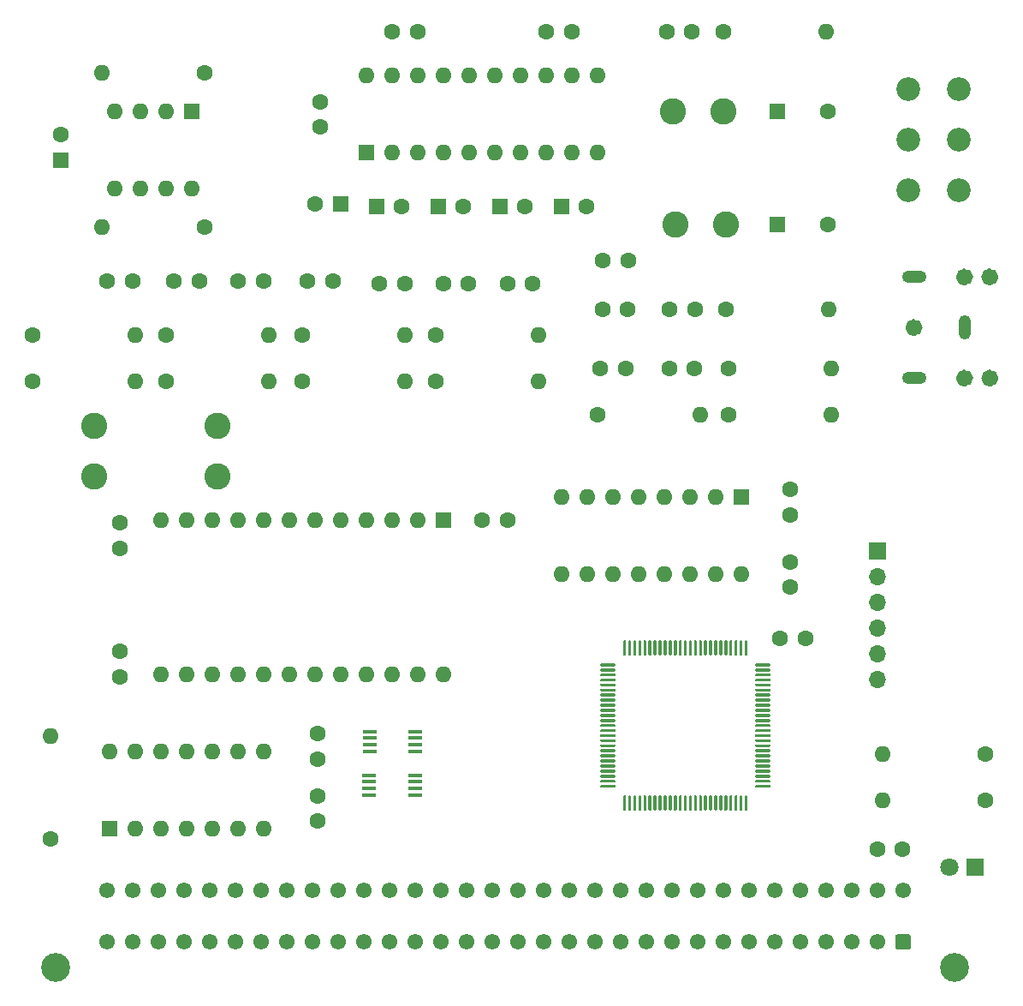
<source format=gts>
G04 #@! TF.GenerationSoftware,KiCad,Pcbnew,(5.1.10)-1*
G04 #@! TF.CreationDate,2021-07-30T10:24:52+01:00*
G04 #@! TF.ProjectId,AudioYM2612,41756469-6f59-44d3-9236-31322e6b6963,rev?*
G04 #@! TF.SameCoordinates,Original*
G04 #@! TF.FileFunction,Soldermask,Top*
G04 #@! TF.FilePolarity,Negative*
%FSLAX46Y46*%
G04 Gerber Fmt 4.6, Leading zero omitted, Abs format (unit mm)*
G04 Created by KiCad (PCBNEW (5.1.10)-1) date 2021-07-30 10:24:52*
%MOMM*%
%LPD*%
G01*
G04 APERTURE LIST*
%ADD10C,0.854000*%
%ADD11O,1.700000X1.700000*%
%ADD12R,1.700000X1.700000*%
%ADD13C,1.200000*%
%ADD14O,2.416000X1.208000*%
%ADD15O,1.208000X2.416000*%
%ADD16R,1.397000X0.431800*%
%ADD17O,1.600000X1.600000*%
%ADD18R,1.600000X1.600000*%
%ADD19C,2.340000*%
%ADD20C,1.600000*%
%ADD21C,2.600000*%
%ADD22C,1.550000*%
%ADD23C,2.850000*%
%ADD24C,1.800000*%
%ADD25R,1.800000X1.800000*%
G04 APERTURE END LIST*
D10*
X190991000Y-83566000D02*
G75*
G03*
X190991000Y-83566000I-427000J0D01*
G01*
X195991000Y-88566000D02*
G75*
G03*
X195991000Y-88566000I-427000J0D01*
G01*
X198491000Y-88566000D02*
G75*
G03*
X198491000Y-88566000I-427000J0D01*
G01*
X195991000Y-78566000D02*
G75*
G03*
X195991000Y-78566000I-427000J0D01*
G01*
X198491000Y-78566000D02*
G75*
G03*
X198491000Y-78566000I-427000J0D01*
G01*
D11*
X186944000Y-118364000D03*
X186944000Y-115824000D03*
X186944000Y-113284000D03*
X186944000Y-110744000D03*
X186944000Y-108204000D03*
D12*
X186944000Y-105664000D03*
D13*
X198064000Y-88566000D03*
X198064000Y-78566000D03*
X195564000Y-78566000D03*
X195564000Y-88566000D03*
X190564000Y-83566000D03*
D14*
X190564000Y-88566000D03*
X190564000Y-78566000D03*
D15*
X195564000Y-83566000D03*
D16*
X136677400Y-129743200D03*
X136677400Y-129108200D03*
X136677400Y-128447800D03*
X136677400Y-127812800D03*
X141198600Y-127812800D03*
X141198600Y-128447800D03*
X141198600Y-129108200D03*
X141198600Y-129743200D03*
X136702800Y-125425200D03*
X136702800Y-124790200D03*
X136702800Y-124129800D03*
X136702800Y-123494800D03*
X141224000Y-123494800D03*
X141224000Y-124129800D03*
X141224000Y-124790200D03*
X141224000Y-125425200D03*
D17*
X136398000Y-58674000D03*
X159258000Y-66294000D03*
X138938000Y-58674000D03*
X156718000Y-66294000D03*
X141478000Y-58674000D03*
X154178000Y-66294000D03*
X144018000Y-58674000D03*
X151638000Y-66294000D03*
X146558000Y-58674000D03*
X149098000Y-66294000D03*
X149098000Y-58674000D03*
X146558000Y-66294000D03*
X151638000Y-58674000D03*
X144018000Y-66294000D03*
X154178000Y-58674000D03*
X141478000Y-66294000D03*
X156718000Y-58674000D03*
X138938000Y-66294000D03*
X159258000Y-58674000D03*
D18*
X136398000Y-66294000D03*
D17*
X119126000Y-69818000D03*
X111506000Y-62198000D03*
X116586000Y-69818000D03*
X114046000Y-62198000D03*
X114046000Y-69818000D03*
X116586000Y-62198000D03*
X111506000Y-69818000D03*
D18*
X119126000Y-62198000D03*
D17*
X173482000Y-107950000D03*
X155702000Y-100330000D03*
X170942000Y-107950000D03*
X158242000Y-100330000D03*
X168402000Y-107950000D03*
X160782000Y-100330000D03*
X165862000Y-107950000D03*
X163322000Y-100330000D03*
X163322000Y-107950000D03*
X165862000Y-100330000D03*
X160782000Y-107950000D03*
X168402000Y-100330000D03*
X158242000Y-107950000D03*
X170942000Y-100330000D03*
X155702000Y-107950000D03*
D18*
X173482000Y-100330000D03*
D17*
X144018000Y-117856000D03*
X116078000Y-102616000D03*
X141478000Y-117856000D03*
X118618000Y-102616000D03*
X138938000Y-117856000D03*
X121158000Y-102616000D03*
X136398000Y-117856000D03*
X123698000Y-102616000D03*
X133858000Y-117856000D03*
X126238000Y-102616000D03*
X131318000Y-117856000D03*
X128778000Y-102616000D03*
X128778000Y-117856000D03*
X131318000Y-102616000D03*
X126238000Y-117856000D03*
X133858000Y-102616000D03*
X123698000Y-117856000D03*
X136398000Y-102616000D03*
X121158000Y-117856000D03*
X138938000Y-102616000D03*
X118618000Y-117856000D03*
X141478000Y-102616000D03*
X116078000Y-117856000D03*
D18*
X144018000Y-102616000D03*
G36*
G01*
X161800000Y-115893500D02*
X161800000Y-114568500D01*
G75*
G02*
X161875000Y-114493500I75000J0D01*
G01*
X162025000Y-114493500D01*
G75*
G02*
X162100000Y-114568500I0J-75000D01*
G01*
X162100000Y-115893500D01*
G75*
G02*
X162025000Y-115968500I-75000J0D01*
G01*
X161875000Y-115968500D01*
G75*
G02*
X161800000Y-115893500I0J75000D01*
G01*
G37*
G36*
G01*
X162300000Y-115893500D02*
X162300000Y-114568500D01*
G75*
G02*
X162375000Y-114493500I75000J0D01*
G01*
X162525000Y-114493500D01*
G75*
G02*
X162600000Y-114568500I0J-75000D01*
G01*
X162600000Y-115893500D01*
G75*
G02*
X162525000Y-115968500I-75000J0D01*
G01*
X162375000Y-115968500D01*
G75*
G02*
X162300000Y-115893500I0J75000D01*
G01*
G37*
G36*
G01*
X162800000Y-115893500D02*
X162800000Y-114568500D01*
G75*
G02*
X162875000Y-114493500I75000J0D01*
G01*
X163025000Y-114493500D01*
G75*
G02*
X163100000Y-114568500I0J-75000D01*
G01*
X163100000Y-115893500D01*
G75*
G02*
X163025000Y-115968500I-75000J0D01*
G01*
X162875000Y-115968500D01*
G75*
G02*
X162800000Y-115893500I0J75000D01*
G01*
G37*
G36*
G01*
X163300000Y-115893500D02*
X163300000Y-114568500D01*
G75*
G02*
X163375000Y-114493500I75000J0D01*
G01*
X163525000Y-114493500D01*
G75*
G02*
X163600000Y-114568500I0J-75000D01*
G01*
X163600000Y-115893500D01*
G75*
G02*
X163525000Y-115968500I-75000J0D01*
G01*
X163375000Y-115968500D01*
G75*
G02*
X163300000Y-115893500I0J75000D01*
G01*
G37*
G36*
G01*
X163800000Y-115893500D02*
X163800000Y-114568500D01*
G75*
G02*
X163875000Y-114493500I75000J0D01*
G01*
X164025000Y-114493500D01*
G75*
G02*
X164100000Y-114568500I0J-75000D01*
G01*
X164100000Y-115893500D01*
G75*
G02*
X164025000Y-115968500I-75000J0D01*
G01*
X163875000Y-115968500D01*
G75*
G02*
X163800000Y-115893500I0J75000D01*
G01*
G37*
G36*
G01*
X164300000Y-115893500D02*
X164300000Y-114568500D01*
G75*
G02*
X164375000Y-114493500I75000J0D01*
G01*
X164525000Y-114493500D01*
G75*
G02*
X164600000Y-114568500I0J-75000D01*
G01*
X164600000Y-115893500D01*
G75*
G02*
X164525000Y-115968500I-75000J0D01*
G01*
X164375000Y-115968500D01*
G75*
G02*
X164300000Y-115893500I0J75000D01*
G01*
G37*
G36*
G01*
X164800000Y-115893500D02*
X164800000Y-114568500D01*
G75*
G02*
X164875000Y-114493500I75000J0D01*
G01*
X165025000Y-114493500D01*
G75*
G02*
X165100000Y-114568500I0J-75000D01*
G01*
X165100000Y-115893500D01*
G75*
G02*
X165025000Y-115968500I-75000J0D01*
G01*
X164875000Y-115968500D01*
G75*
G02*
X164800000Y-115893500I0J75000D01*
G01*
G37*
G36*
G01*
X165300000Y-115893500D02*
X165300000Y-114568500D01*
G75*
G02*
X165375000Y-114493500I75000J0D01*
G01*
X165525000Y-114493500D01*
G75*
G02*
X165600000Y-114568500I0J-75000D01*
G01*
X165600000Y-115893500D01*
G75*
G02*
X165525000Y-115968500I-75000J0D01*
G01*
X165375000Y-115968500D01*
G75*
G02*
X165300000Y-115893500I0J75000D01*
G01*
G37*
G36*
G01*
X165800000Y-115893500D02*
X165800000Y-114568500D01*
G75*
G02*
X165875000Y-114493500I75000J0D01*
G01*
X166025000Y-114493500D01*
G75*
G02*
X166100000Y-114568500I0J-75000D01*
G01*
X166100000Y-115893500D01*
G75*
G02*
X166025000Y-115968500I-75000J0D01*
G01*
X165875000Y-115968500D01*
G75*
G02*
X165800000Y-115893500I0J75000D01*
G01*
G37*
G36*
G01*
X166300000Y-115893500D02*
X166300000Y-114568500D01*
G75*
G02*
X166375000Y-114493500I75000J0D01*
G01*
X166525000Y-114493500D01*
G75*
G02*
X166600000Y-114568500I0J-75000D01*
G01*
X166600000Y-115893500D01*
G75*
G02*
X166525000Y-115968500I-75000J0D01*
G01*
X166375000Y-115968500D01*
G75*
G02*
X166300000Y-115893500I0J75000D01*
G01*
G37*
G36*
G01*
X166800000Y-115893500D02*
X166800000Y-114568500D01*
G75*
G02*
X166875000Y-114493500I75000J0D01*
G01*
X167025000Y-114493500D01*
G75*
G02*
X167100000Y-114568500I0J-75000D01*
G01*
X167100000Y-115893500D01*
G75*
G02*
X167025000Y-115968500I-75000J0D01*
G01*
X166875000Y-115968500D01*
G75*
G02*
X166800000Y-115893500I0J75000D01*
G01*
G37*
G36*
G01*
X167300000Y-115893500D02*
X167300000Y-114568500D01*
G75*
G02*
X167375000Y-114493500I75000J0D01*
G01*
X167525000Y-114493500D01*
G75*
G02*
X167600000Y-114568500I0J-75000D01*
G01*
X167600000Y-115893500D01*
G75*
G02*
X167525000Y-115968500I-75000J0D01*
G01*
X167375000Y-115968500D01*
G75*
G02*
X167300000Y-115893500I0J75000D01*
G01*
G37*
G36*
G01*
X167800000Y-115893500D02*
X167800000Y-114568500D01*
G75*
G02*
X167875000Y-114493500I75000J0D01*
G01*
X168025000Y-114493500D01*
G75*
G02*
X168100000Y-114568500I0J-75000D01*
G01*
X168100000Y-115893500D01*
G75*
G02*
X168025000Y-115968500I-75000J0D01*
G01*
X167875000Y-115968500D01*
G75*
G02*
X167800000Y-115893500I0J75000D01*
G01*
G37*
G36*
G01*
X168300000Y-115893500D02*
X168300000Y-114568500D01*
G75*
G02*
X168375000Y-114493500I75000J0D01*
G01*
X168525000Y-114493500D01*
G75*
G02*
X168600000Y-114568500I0J-75000D01*
G01*
X168600000Y-115893500D01*
G75*
G02*
X168525000Y-115968500I-75000J0D01*
G01*
X168375000Y-115968500D01*
G75*
G02*
X168300000Y-115893500I0J75000D01*
G01*
G37*
G36*
G01*
X168800000Y-115893500D02*
X168800000Y-114568500D01*
G75*
G02*
X168875000Y-114493500I75000J0D01*
G01*
X169025000Y-114493500D01*
G75*
G02*
X169100000Y-114568500I0J-75000D01*
G01*
X169100000Y-115893500D01*
G75*
G02*
X169025000Y-115968500I-75000J0D01*
G01*
X168875000Y-115968500D01*
G75*
G02*
X168800000Y-115893500I0J75000D01*
G01*
G37*
G36*
G01*
X169300000Y-115893500D02*
X169300000Y-114568500D01*
G75*
G02*
X169375000Y-114493500I75000J0D01*
G01*
X169525000Y-114493500D01*
G75*
G02*
X169600000Y-114568500I0J-75000D01*
G01*
X169600000Y-115893500D01*
G75*
G02*
X169525000Y-115968500I-75000J0D01*
G01*
X169375000Y-115968500D01*
G75*
G02*
X169300000Y-115893500I0J75000D01*
G01*
G37*
G36*
G01*
X169800000Y-115893500D02*
X169800000Y-114568500D01*
G75*
G02*
X169875000Y-114493500I75000J0D01*
G01*
X170025000Y-114493500D01*
G75*
G02*
X170100000Y-114568500I0J-75000D01*
G01*
X170100000Y-115893500D01*
G75*
G02*
X170025000Y-115968500I-75000J0D01*
G01*
X169875000Y-115968500D01*
G75*
G02*
X169800000Y-115893500I0J75000D01*
G01*
G37*
G36*
G01*
X170300000Y-115893500D02*
X170300000Y-114568500D01*
G75*
G02*
X170375000Y-114493500I75000J0D01*
G01*
X170525000Y-114493500D01*
G75*
G02*
X170600000Y-114568500I0J-75000D01*
G01*
X170600000Y-115893500D01*
G75*
G02*
X170525000Y-115968500I-75000J0D01*
G01*
X170375000Y-115968500D01*
G75*
G02*
X170300000Y-115893500I0J75000D01*
G01*
G37*
G36*
G01*
X170800000Y-115893500D02*
X170800000Y-114568500D01*
G75*
G02*
X170875000Y-114493500I75000J0D01*
G01*
X171025000Y-114493500D01*
G75*
G02*
X171100000Y-114568500I0J-75000D01*
G01*
X171100000Y-115893500D01*
G75*
G02*
X171025000Y-115968500I-75000J0D01*
G01*
X170875000Y-115968500D01*
G75*
G02*
X170800000Y-115893500I0J75000D01*
G01*
G37*
G36*
G01*
X171300000Y-115893500D02*
X171300000Y-114568500D01*
G75*
G02*
X171375000Y-114493500I75000J0D01*
G01*
X171525000Y-114493500D01*
G75*
G02*
X171600000Y-114568500I0J-75000D01*
G01*
X171600000Y-115893500D01*
G75*
G02*
X171525000Y-115968500I-75000J0D01*
G01*
X171375000Y-115968500D01*
G75*
G02*
X171300000Y-115893500I0J75000D01*
G01*
G37*
G36*
G01*
X171800000Y-115893500D02*
X171800000Y-114568500D01*
G75*
G02*
X171875000Y-114493500I75000J0D01*
G01*
X172025000Y-114493500D01*
G75*
G02*
X172100000Y-114568500I0J-75000D01*
G01*
X172100000Y-115893500D01*
G75*
G02*
X172025000Y-115968500I-75000J0D01*
G01*
X171875000Y-115968500D01*
G75*
G02*
X171800000Y-115893500I0J75000D01*
G01*
G37*
G36*
G01*
X172300000Y-115893500D02*
X172300000Y-114568500D01*
G75*
G02*
X172375000Y-114493500I75000J0D01*
G01*
X172525000Y-114493500D01*
G75*
G02*
X172600000Y-114568500I0J-75000D01*
G01*
X172600000Y-115893500D01*
G75*
G02*
X172525000Y-115968500I-75000J0D01*
G01*
X172375000Y-115968500D01*
G75*
G02*
X172300000Y-115893500I0J75000D01*
G01*
G37*
G36*
G01*
X172800000Y-115893500D02*
X172800000Y-114568500D01*
G75*
G02*
X172875000Y-114493500I75000J0D01*
G01*
X173025000Y-114493500D01*
G75*
G02*
X173100000Y-114568500I0J-75000D01*
G01*
X173100000Y-115893500D01*
G75*
G02*
X173025000Y-115968500I-75000J0D01*
G01*
X172875000Y-115968500D01*
G75*
G02*
X172800000Y-115893500I0J75000D01*
G01*
G37*
G36*
G01*
X173300000Y-115893500D02*
X173300000Y-114568500D01*
G75*
G02*
X173375000Y-114493500I75000J0D01*
G01*
X173525000Y-114493500D01*
G75*
G02*
X173600000Y-114568500I0J-75000D01*
G01*
X173600000Y-115893500D01*
G75*
G02*
X173525000Y-115968500I-75000J0D01*
G01*
X173375000Y-115968500D01*
G75*
G02*
X173300000Y-115893500I0J75000D01*
G01*
G37*
G36*
G01*
X173800000Y-115893500D02*
X173800000Y-114568500D01*
G75*
G02*
X173875000Y-114493500I75000J0D01*
G01*
X174025000Y-114493500D01*
G75*
G02*
X174100000Y-114568500I0J-75000D01*
G01*
X174100000Y-115893500D01*
G75*
G02*
X174025000Y-115968500I-75000J0D01*
G01*
X173875000Y-115968500D01*
G75*
G02*
X173800000Y-115893500I0J75000D01*
G01*
G37*
G36*
G01*
X174875000Y-116968500D02*
X174875000Y-116818500D01*
G75*
G02*
X174950000Y-116743500I75000J0D01*
G01*
X176275000Y-116743500D01*
G75*
G02*
X176350000Y-116818500I0J-75000D01*
G01*
X176350000Y-116968500D01*
G75*
G02*
X176275000Y-117043500I-75000J0D01*
G01*
X174950000Y-117043500D01*
G75*
G02*
X174875000Y-116968500I0J75000D01*
G01*
G37*
G36*
G01*
X174875000Y-117468500D02*
X174875000Y-117318500D01*
G75*
G02*
X174950000Y-117243500I75000J0D01*
G01*
X176275000Y-117243500D01*
G75*
G02*
X176350000Y-117318500I0J-75000D01*
G01*
X176350000Y-117468500D01*
G75*
G02*
X176275000Y-117543500I-75000J0D01*
G01*
X174950000Y-117543500D01*
G75*
G02*
X174875000Y-117468500I0J75000D01*
G01*
G37*
G36*
G01*
X174875000Y-117968500D02*
X174875000Y-117818500D01*
G75*
G02*
X174950000Y-117743500I75000J0D01*
G01*
X176275000Y-117743500D01*
G75*
G02*
X176350000Y-117818500I0J-75000D01*
G01*
X176350000Y-117968500D01*
G75*
G02*
X176275000Y-118043500I-75000J0D01*
G01*
X174950000Y-118043500D01*
G75*
G02*
X174875000Y-117968500I0J75000D01*
G01*
G37*
G36*
G01*
X174875000Y-118468500D02*
X174875000Y-118318500D01*
G75*
G02*
X174950000Y-118243500I75000J0D01*
G01*
X176275000Y-118243500D01*
G75*
G02*
X176350000Y-118318500I0J-75000D01*
G01*
X176350000Y-118468500D01*
G75*
G02*
X176275000Y-118543500I-75000J0D01*
G01*
X174950000Y-118543500D01*
G75*
G02*
X174875000Y-118468500I0J75000D01*
G01*
G37*
G36*
G01*
X174875000Y-118968500D02*
X174875000Y-118818500D01*
G75*
G02*
X174950000Y-118743500I75000J0D01*
G01*
X176275000Y-118743500D01*
G75*
G02*
X176350000Y-118818500I0J-75000D01*
G01*
X176350000Y-118968500D01*
G75*
G02*
X176275000Y-119043500I-75000J0D01*
G01*
X174950000Y-119043500D01*
G75*
G02*
X174875000Y-118968500I0J75000D01*
G01*
G37*
G36*
G01*
X174875000Y-119468500D02*
X174875000Y-119318500D01*
G75*
G02*
X174950000Y-119243500I75000J0D01*
G01*
X176275000Y-119243500D01*
G75*
G02*
X176350000Y-119318500I0J-75000D01*
G01*
X176350000Y-119468500D01*
G75*
G02*
X176275000Y-119543500I-75000J0D01*
G01*
X174950000Y-119543500D01*
G75*
G02*
X174875000Y-119468500I0J75000D01*
G01*
G37*
G36*
G01*
X174875000Y-119968500D02*
X174875000Y-119818500D01*
G75*
G02*
X174950000Y-119743500I75000J0D01*
G01*
X176275000Y-119743500D01*
G75*
G02*
X176350000Y-119818500I0J-75000D01*
G01*
X176350000Y-119968500D01*
G75*
G02*
X176275000Y-120043500I-75000J0D01*
G01*
X174950000Y-120043500D01*
G75*
G02*
X174875000Y-119968500I0J75000D01*
G01*
G37*
G36*
G01*
X174875000Y-120468500D02*
X174875000Y-120318500D01*
G75*
G02*
X174950000Y-120243500I75000J0D01*
G01*
X176275000Y-120243500D01*
G75*
G02*
X176350000Y-120318500I0J-75000D01*
G01*
X176350000Y-120468500D01*
G75*
G02*
X176275000Y-120543500I-75000J0D01*
G01*
X174950000Y-120543500D01*
G75*
G02*
X174875000Y-120468500I0J75000D01*
G01*
G37*
G36*
G01*
X174875000Y-120968500D02*
X174875000Y-120818500D01*
G75*
G02*
X174950000Y-120743500I75000J0D01*
G01*
X176275000Y-120743500D01*
G75*
G02*
X176350000Y-120818500I0J-75000D01*
G01*
X176350000Y-120968500D01*
G75*
G02*
X176275000Y-121043500I-75000J0D01*
G01*
X174950000Y-121043500D01*
G75*
G02*
X174875000Y-120968500I0J75000D01*
G01*
G37*
G36*
G01*
X174875000Y-121468500D02*
X174875000Y-121318500D01*
G75*
G02*
X174950000Y-121243500I75000J0D01*
G01*
X176275000Y-121243500D01*
G75*
G02*
X176350000Y-121318500I0J-75000D01*
G01*
X176350000Y-121468500D01*
G75*
G02*
X176275000Y-121543500I-75000J0D01*
G01*
X174950000Y-121543500D01*
G75*
G02*
X174875000Y-121468500I0J75000D01*
G01*
G37*
G36*
G01*
X174875000Y-121968500D02*
X174875000Y-121818500D01*
G75*
G02*
X174950000Y-121743500I75000J0D01*
G01*
X176275000Y-121743500D01*
G75*
G02*
X176350000Y-121818500I0J-75000D01*
G01*
X176350000Y-121968500D01*
G75*
G02*
X176275000Y-122043500I-75000J0D01*
G01*
X174950000Y-122043500D01*
G75*
G02*
X174875000Y-121968500I0J75000D01*
G01*
G37*
G36*
G01*
X174875000Y-122468500D02*
X174875000Y-122318500D01*
G75*
G02*
X174950000Y-122243500I75000J0D01*
G01*
X176275000Y-122243500D01*
G75*
G02*
X176350000Y-122318500I0J-75000D01*
G01*
X176350000Y-122468500D01*
G75*
G02*
X176275000Y-122543500I-75000J0D01*
G01*
X174950000Y-122543500D01*
G75*
G02*
X174875000Y-122468500I0J75000D01*
G01*
G37*
G36*
G01*
X174875000Y-122968500D02*
X174875000Y-122818500D01*
G75*
G02*
X174950000Y-122743500I75000J0D01*
G01*
X176275000Y-122743500D01*
G75*
G02*
X176350000Y-122818500I0J-75000D01*
G01*
X176350000Y-122968500D01*
G75*
G02*
X176275000Y-123043500I-75000J0D01*
G01*
X174950000Y-123043500D01*
G75*
G02*
X174875000Y-122968500I0J75000D01*
G01*
G37*
G36*
G01*
X174875000Y-123468500D02*
X174875000Y-123318500D01*
G75*
G02*
X174950000Y-123243500I75000J0D01*
G01*
X176275000Y-123243500D01*
G75*
G02*
X176350000Y-123318500I0J-75000D01*
G01*
X176350000Y-123468500D01*
G75*
G02*
X176275000Y-123543500I-75000J0D01*
G01*
X174950000Y-123543500D01*
G75*
G02*
X174875000Y-123468500I0J75000D01*
G01*
G37*
G36*
G01*
X174875000Y-123968500D02*
X174875000Y-123818500D01*
G75*
G02*
X174950000Y-123743500I75000J0D01*
G01*
X176275000Y-123743500D01*
G75*
G02*
X176350000Y-123818500I0J-75000D01*
G01*
X176350000Y-123968500D01*
G75*
G02*
X176275000Y-124043500I-75000J0D01*
G01*
X174950000Y-124043500D01*
G75*
G02*
X174875000Y-123968500I0J75000D01*
G01*
G37*
G36*
G01*
X174875000Y-124468500D02*
X174875000Y-124318500D01*
G75*
G02*
X174950000Y-124243500I75000J0D01*
G01*
X176275000Y-124243500D01*
G75*
G02*
X176350000Y-124318500I0J-75000D01*
G01*
X176350000Y-124468500D01*
G75*
G02*
X176275000Y-124543500I-75000J0D01*
G01*
X174950000Y-124543500D01*
G75*
G02*
X174875000Y-124468500I0J75000D01*
G01*
G37*
G36*
G01*
X174875000Y-124968500D02*
X174875000Y-124818500D01*
G75*
G02*
X174950000Y-124743500I75000J0D01*
G01*
X176275000Y-124743500D01*
G75*
G02*
X176350000Y-124818500I0J-75000D01*
G01*
X176350000Y-124968500D01*
G75*
G02*
X176275000Y-125043500I-75000J0D01*
G01*
X174950000Y-125043500D01*
G75*
G02*
X174875000Y-124968500I0J75000D01*
G01*
G37*
G36*
G01*
X174875000Y-125468500D02*
X174875000Y-125318500D01*
G75*
G02*
X174950000Y-125243500I75000J0D01*
G01*
X176275000Y-125243500D01*
G75*
G02*
X176350000Y-125318500I0J-75000D01*
G01*
X176350000Y-125468500D01*
G75*
G02*
X176275000Y-125543500I-75000J0D01*
G01*
X174950000Y-125543500D01*
G75*
G02*
X174875000Y-125468500I0J75000D01*
G01*
G37*
G36*
G01*
X174875000Y-125968500D02*
X174875000Y-125818500D01*
G75*
G02*
X174950000Y-125743500I75000J0D01*
G01*
X176275000Y-125743500D01*
G75*
G02*
X176350000Y-125818500I0J-75000D01*
G01*
X176350000Y-125968500D01*
G75*
G02*
X176275000Y-126043500I-75000J0D01*
G01*
X174950000Y-126043500D01*
G75*
G02*
X174875000Y-125968500I0J75000D01*
G01*
G37*
G36*
G01*
X174875000Y-126468500D02*
X174875000Y-126318500D01*
G75*
G02*
X174950000Y-126243500I75000J0D01*
G01*
X176275000Y-126243500D01*
G75*
G02*
X176350000Y-126318500I0J-75000D01*
G01*
X176350000Y-126468500D01*
G75*
G02*
X176275000Y-126543500I-75000J0D01*
G01*
X174950000Y-126543500D01*
G75*
G02*
X174875000Y-126468500I0J75000D01*
G01*
G37*
G36*
G01*
X174875000Y-126968500D02*
X174875000Y-126818500D01*
G75*
G02*
X174950000Y-126743500I75000J0D01*
G01*
X176275000Y-126743500D01*
G75*
G02*
X176350000Y-126818500I0J-75000D01*
G01*
X176350000Y-126968500D01*
G75*
G02*
X176275000Y-127043500I-75000J0D01*
G01*
X174950000Y-127043500D01*
G75*
G02*
X174875000Y-126968500I0J75000D01*
G01*
G37*
G36*
G01*
X174875000Y-127468500D02*
X174875000Y-127318500D01*
G75*
G02*
X174950000Y-127243500I75000J0D01*
G01*
X176275000Y-127243500D01*
G75*
G02*
X176350000Y-127318500I0J-75000D01*
G01*
X176350000Y-127468500D01*
G75*
G02*
X176275000Y-127543500I-75000J0D01*
G01*
X174950000Y-127543500D01*
G75*
G02*
X174875000Y-127468500I0J75000D01*
G01*
G37*
G36*
G01*
X174875000Y-127968500D02*
X174875000Y-127818500D01*
G75*
G02*
X174950000Y-127743500I75000J0D01*
G01*
X176275000Y-127743500D01*
G75*
G02*
X176350000Y-127818500I0J-75000D01*
G01*
X176350000Y-127968500D01*
G75*
G02*
X176275000Y-128043500I-75000J0D01*
G01*
X174950000Y-128043500D01*
G75*
G02*
X174875000Y-127968500I0J75000D01*
G01*
G37*
G36*
G01*
X174875000Y-128468500D02*
X174875000Y-128318500D01*
G75*
G02*
X174950000Y-128243500I75000J0D01*
G01*
X176275000Y-128243500D01*
G75*
G02*
X176350000Y-128318500I0J-75000D01*
G01*
X176350000Y-128468500D01*
G75*
G02*
X176275000Y-128543500I-75000J0D01*
G01*
X174950000Y-128543500D01*
G75*
G02*
X174875000Y-128468500I0J75000D01*
G01*
G37*
G36*
G01*
X174875000Y-128968500D02*
X174875000Y-128818500D01*
G75*
G02*
X174950000Y-128743500I75000J0D01*
G01*
X176275000Y-128743500D01*
G75*
G02*
X176350000Y-128818500I0J-75000D01*
G01*
X176350000Y-128968500D01*
G75*
G02*
X176275000Y-129043500I-75000J0D01*
G01*
X174950000Y-129043500D01*
G75*
G02*
X174875000Y-128968500I0J75000D01*
G01*
G37*
G36*
G01*
X173800000Y-131218500D02*
X173800000Y-129893500D01*
G75*
G02*
X173875000Y-129818500I75000J0D01*
G01*
X174025000Y-129818500D01*
G75*
G02*
X174100000Y-129893500I0J-75000D01*
G01*
X174100000Y-131218500D01*
G75*
G02*
X174025000Y-131293500I-75000J0D01*
G01*
X173875000Y-131293500D01*
G75*
G02*
X173800000Y-131218500I0J75000D01*
G01*
G37*
G36*
G01*
X173300000Y-131218500D02*
X173300000Y-129893500D01*
G75*
G02*
X173375000Y-129818500I75000J0D01*
G01*
X173525000Y-129818500D01*
G75*
G02*
X173600000Y-129893500I0J-75000D01*
G01*
X173600000Y-131218500D01*
G75*
G02*
X173525000Y-131293500I-75000J0D01*
G01*
X173375000Y-131293500D01*
G75*
G02*
X173300000Y-131218500I0J75000D01*
G01*
G37*
G36*
G01*
X172800000Y-131218500D02*
X172800000Y-129893500D01*
G75*
G02*
X172875000Y-129818500I75000J0D01*
G01*
X173025000Y-129818500D01*
G75*
G02*
X173100000Y-129893500I0J-75000D01*
G01*
X173100000Y-131218500D01*
G75*
G02*
X173025000Y-131293500I-75000J0D01*
G01*
X172875000Y-131293500D01*
G75*
G02*
X172800000Y-131218500I0J75000D01*
G01*
G37*
G36*
G01*
X172300000Y-131218500D02*
X172300000Y-129893500D01*
G75*
G02*
X172375000Y-129818500I75000J0D01*
G01*
X172525000Y-129818500D01*
G75*
G02*
X172600000Y-129893500I0J-75000D01*
G01*
X172600000Y-131218500D01*
G75*
G02*
X172525000Y-131293500I-75000J0D01*
G01*
X172375000Y-131293500D01*
G75*
G02*
X172300000Y-131218500I0J75000D01*
G01*
G37*
G36*
G01*
X171800000Y-131218500D02*
X171800000Y-129893500D01*
G75*
G02*
X171875000Y-129818500I75000J0D01*
G01*
X172025000Y-129818500D01*
G75*
G02*
X172100000Y-129893500I0J-75000D01*
G01*
X172100000Y-131218500D01*
G75*
G02*
X172025000Y-131293500I-75000J0D01*
G01*
X171875000Y-131293500D01*
G75*
G02*
X171800000Y-131218500I0J75000D01*
G01*
G37*
G36*
G01*
X171300000Y-131218500D02*
X171300000Y-129893500D01*
G75*
G02*
X171375000Y-129818500I75000J0D01*
G01*
X171525000Y-129818500D01*
G75*
G02*
X171600000Y-129893500I0J-75000D01*
G01*
X171600000Y-131218500D01*
G75*
G02*
X171525000Y-131293500I-75000J0D01*
G01*
X171375000Y-131293500D01*
G75*
G02*
X171300000Y-131218500I0J75000D01*
G01*
G37*
G36*
G01*
X170800000Y-131218500D02*
X170800000Y-129893500D01*
G75*
G02*
X170875000Y-129818500I75000J0D01*
G01*
X171025000Y-129818500D01*
G75*
G02*
X171100000Y-129893500I0J-75000D01*
G01*
X171100000Y-131218500D01*
G75*
G02*
X171025000Y-131293500I-75000J0D01*
G01*
X170875000Y-131293500D01*
G75*
G02*
X170800000Y-131218500I0J75000D01*
G01*
G37*
G36*
G01*
X170300000Y-131218500D02*
X170300000Y-129893500D01*
G75*
G02*
X170375000Y-129818500I75000J0D01*
G01*
X170525000Y-129818500D01*
G75*
G02*
X170600000Y-129893500I0J-75000D01*
G01*
X170600000Y-131218500D01*
G75*
G02*
X170525000Y-131293500I-75000J0D01*
G01*
X170375000Y-131293500D01*
G75*
G02*
X170300000Y-131218500I0J75000D01*
G01*
G37*
G36*
G01*
X169800000Y-131218500D02*
X169800000Y-129893500D01*
G75*
G02*
X169875000Y-129818500I75000J0D01*
G01*
X170025000Y-129818500D01*
G75*
G02*
X170100000Y-129893500I0J-75000D01*
G01*
X170100000Y-131218500D01*
G75*
G02*
X170025000Y-131293500I-75000J0D01*
G01*
X169875000Y-131293500D01*
G75*
G02*
X169800000Y-131218500I0J75000D01*
G01*
G37*
G36*
G01*
X169300000Y-131218500D02*
X169300000Y-129893500D01*
G75*
G02*
X169375000Y-129818500I75000J0D01*
G01*
X169525000Y-129818500D01*
G75*
G02*
X169600000Y-129893500I0J-75000D01*
G01*
X169600000Y-131218500D01*
G75*
G02*
X169525000Y-131293500I-75000J0D01*
G01*
X169375000Y-131293500D01*
G75*
G02*
X169300000Y-131218500I0J75000D01*
G01*
G37*
G36*
G01*
X168800000Y-131218500D02*
X168800000Y-129893500D01*
G75*
G02*
X168875000Y-129818500I75000J0D01*
G01*
X169025000Y-129818500D01*
G75*
G02*
X169100000Y-129893500I0J-75000D01*
G01*
X169100000Y-131218500D01*
G75*
G02*
X169025000Y-131293500I-75000J0D01*
G01*
X168875000Y-131293500D01*
G75*
G02*
X168800000Y-131218500I0J75000D01*
G01*
G37*
G36*
G01*
X168300000Y-131218500D02*
X168300000Y-129893500D01*
G75*
G02*
X168375000Y-129818500I75000J0D01*
G01*
X168525000Y-129818500D01*
G75*
G02*
X168600000Y-129893500I0J-75000D01*
G01*
X168600000Y-131218500D01*
G75*
G02*
X168525000Y-131293500I-75000J0D01*
G01*
X168375000Y-131293500D01*
G75*
G02*
X168300000Y-131218500I0J75000D01*
G01*
G37*
G36*
G01*
X167800000Y-131218500D02*
X167800000Y-129893500D01*
G75*
G02*
X167875000Y-129818500I75000J0D01*
G01*
X168025000Y-129818500D01*
G75*
G02*
X168100000Y-129893500I0J-75000D01*
G01*
X168100000Y-131218500D01*
G75*
G02*
X168025000Y-131293500I-75000J0D01*
G01*
X167875000Y-131293500D01*
G75*
G02*
X167800000Y-131218500I0J75000D01*
G01*
G37*
G36*
G01*
X167300000Y-131218500D02*
X167300000Y-129893500D01*
G75*
G02*
X167375000Y-129818500I75000J0D01*
G01*
X167525000Y-129818500D01*
G75*
G02*
X167600000Y-129893500I0J-75000D01*
G01*
X167600000Y-131218500D01*
G75*
G02*
X167525000Y-131293500I-75000J0D01*
G01*
X167375000Y-131293500D01*
G75*
G02*
X167300000Y-131218500I0J75000D01*
G01*
G37*
G36*
G01*
X166800000Y-131218500D02*
X166800000Y-129893500D01*
G75*
G02*
X166875000Y-129818500I75000J0D01*
G01*
X167025000Y-129818500D01*
G75*
G02*
X167100000Y-129893500I0J-75000D01*
G01*
X167100000Y-131218500D01*
G75*
G02*
X167025000Y-131293500I-75000J0D01*
G01*
X166875000Y-131293500D01*
G75*
G02*
X166800000Y-131218500I0J75000D01*
G01*
G37*
G36*
G01*
X166300000Y-131218500D02*
X166300000Y-129893500D01*
G75*
G02*
X166375000Y-129818500I75000J0D01*
G01*
X166525000Y-129818500D01*
G75*
G02*
X166600000Y-129893500I0J-75000D01*
G01*
X166600000Y-131218500D01*
G75*
G02*
X166525000Y-131293500I-75000J0D01*
G01*
X166375000Y-131293500D01*
G75*
G02*
X166300000Y-131218500I0J75000D01*
G01*
G37*
G36*
G01*
X165800000Y-131218500D02*
X165800000Y-129893500D01*
G75*
G02*
X165875000Y-129818500I75000J0D01*
G01*
X166025000Y-129818500D01*
G75*
G02*
X166100000Y-129893500I0J-75000D01*
G01*
X166100000Y-131218500D01*
G75*
G02*
X166025000Y-131293500I-75000J0D01*
G01*
X165875000Y-131293500D01*
G75*
G02*
X165800000Y-131218500I0J75000D01*
G01*
G37*
G36*
G01*
X165300000Y-131218500D02*
X165300000Y-129893500D01*
G75*
G02*
X165375000Y-129818500I75000J0D01*
G01*
X165525000Y-129818500D01*
G75*
G02*
X165600000Y-129893500I0J-75000D01*
G01*
X165600000Y-131218500D01*
G75*
G02*
X165525000Y-131293500I-75000J0D01*
G01*
X165375000Y-131293500D01*
G75*
G02*
X165300000Y-131218500I0J75000D01*
G01*
G37*
G36*
G01*
X164800000Y-131218500D02*
X164800000Y-129893500D01*
G75*
G02*
X164875000Y-129818500I75000J0D01*
G01*
X165025000Y-129818500D01*
G75*
G02*
X165100000Y-129893500I0J-75000D01*
G01*
X165100000Y-131218500D01*
G75*
G02*
X165025000Y-131293500I-75000J0D01*
G01*
X164875000Y-131293500D01*
G75*
G02*
X164800000Y-131218500I0J75000D01*
G01*
G37*
G36*
G01*
X164300000Y-131218500D02*
X164300000Y-129893500D01*
G75*
G02*
X164375000Y-129818500I75000J0D01*
G01*
X164525000Y-129818500D01*
G75*
G02*
X164600000Y-129893500I0J-75000D01*
G01*
X164600000Y-131218500D01*
G75*
G02*
X164525000Y-131293500I-75000J0D01*
G01*
X164375000Y-131293500D01*
G75*
G02*
X164300000Y-131218500I0J75000D01*
G01*
G37*
G36*
G01*
X163800000Y-131218500D02*
X163800000Y-129893500D01*
G75*
G02*
X163875000Y-129818500I75000J0D01*
G01*
X164025000Y-129818500D01*
G75*
G02*
X164100000Y-129893500I0J-75000D01*
G01*
X164100000Y-131218500D01*
G75*
G02*
X164025000Y-131293500I-75000J0D01*
G01*
X163875000Y-131293500D01*
G75*
G02*
X163800000Y-131218500I0J75000D01*
G01*
G37*
G36*
G01*
X163300000Y-131218500D02*
X163300000Y-129893500D01*
G75*
G02*
X163375000Y-129818500I75000J0D01*
G01*
X163525000Y-129818500D01*
G75*
G02*
X163600000Y-129893500I0J-75000D01*
G01*
X163600000Y-131218500D01*
G75*
G02*
X163525000Y-131293500I-75000J0D01*
G01*
X163375000Y-131293500D01*
G75*
G02*
X163300000Y-131218500I0J75000D01*
G01*
G37*
G36*
G01*
X162800000Y-131218500D02*
X162800000Y-129893500D01*
G75*
G02*
X162875000Y-129818500I75000J0D01*
G01*
X163025000Y-129818500D01*
G75*
G02*
X163100000Y-129893500I0J-75000D01*
G01*
X163100000Y-131218500D01*
G75*
G02*
X163025000Y-131293500I-75000J0D01*
G01*
X162875000Y-131293500D01*
G75*
G02*
X162800000Y-131218500I0J75000D01*
G01*
G37*
G36*
G01*
X162300000Y-131218500D02*
X162300000Y-129893500D01*
G75*
G02*
X162375000Y-129818500I75000J0D01*
G01*
X162525000Y-129818500D01*
G75*
G02*
X162600000Y-129893500I0J-75000D01*
G01*
X162600000Y-131218500D01*
G75*
G02*
X162525000Y-131293500I-75000J0D01*
G01*
X162375000Y-131293500D01*
G75*
G02*
X162300000Y-131218500I0J75000D01*
G01*
G37*
G36*
G01*
X161800000Y-131218500D02*
X161800000Y-129893500D01*
G75*
G02*
X161875000Y-129818500I75000J0D01*
G01*
X162025000Y-129818500D01*
G75*
G02*
X162100000Y-129893500I0J-75000D01*
G01*
X162100000Y-131218500D01*
G75*
G02*
X162025000Y-131293500I-75000J0D01*
G01*
X161875000Y-131293500D01*
G75*
G02*
X161800000Y-131218500I0J75000D01*
G01*
G37*
G36*
G01*
X159550000Y-128968500D02*
X159550000Y-128818500D01*
G75*
G02*
X159625000Y-128743500I75000J0D01*
G01*
X160950000Y-128743500D01*
G75*
G02*
X161025000Y-128818500I0J-75000D01*
G01*
X161025000Y-128968500D01*
G75*
G02*
X160950000Y-129043500I-75000J0D01*
G01*
X159625000Y-129043500D01*
G75*
G02*
X159550000Y-128968500I0J75000D01*
G01*
G37*
G36*
G01*
X159550000Y-128468500D02*
X159550000Y-128318500D01*
G75*
G02*
X159625000Y-128243500I75000J0D01*
G01*
X160950000Y-128243500D01*
G75*
G02*
X161025000Y-128318500I0J-75000D01*
G01*
X161025000Y-128468500D01*
G75*
G02*
X160950000Y-128543500I-75000J0D01*
G01*
X159625000Y-128543500D01*
G75*
G02*
X159550000Y-128468500I0J75000D01*
G01*
G37*
G36*
G01*
X159550000Y-127968500D02*
X159550000Y-127818500D01*
G75*
G02*
X159625000Y-127743500I75000J0D01*
G01*
X160950000Y-127743500D01*
G75*
G02*
X161025000Y-127818500I0J-75000D01*
G01*
X161025000Y-127968500D01*
G75*
G02*
X160950000Y-128043500I-75000J0D01*
G01*
X159625000Y-128043500D01*
G75*
G02*
X159550000Y-127968500I0J75000D01*
G01*
G37*
G36*
G01*
X159550000Y-127468500D02*
X159550000Y-127318500D01*
G75*
G02*
X159625000Y-127243500I75000J0D01*
G01*
X160950000Y-127243500D01*
G75*
G02*
X161025000Y-127318500I0J-75000D01*
G01*
X161025000Y-127468500D01*
G75*
G02*
X160950000Y-127543500I-75000J0D01*
G01*
X159625000Y-127543500D01*
G75*
G02*
X159550000Y-127468500I0J75000D01*
G01*
G37*
G36*
G01*
X159550000Y-126968500D02*
X159550000Y-126818500D01*
G75*
G02*
X159625000Y-126743500I75000J0D01*
G01*
X160950000Y-126743500D01*
G75*
G02*
X161025000Y-126818500I0J-75000D01*
G01*
X161025000Y-126968500D01*
G75*
G02*
X160950000Y-127043500I-75000J0D01*
G01*
X159625000Y-127043500D01*
G75*
G02*
X159550000Y-126968500I0J75000D01*
G01*
G37*
G36*
G01*
X159550000Y-126468500D02*
X159550000Y-126318500D01*
G75*
G02*
X159625000Y-126243500I75000J0D01*
G01*
X160950000Y-126243500D01*
G75*
G02*
X161025000Y-126318500I0J-75000D01*
G01*
X161025000Y-126468500D01*
G75*
G02*
X160950000Y-126543500I-75000J0D01*
G01*
X159625000Y-126543500D01*
G75*
G02*
X159550000Y-126468500I0J75000D01*
G01*
G37*
G36*
G01*
X159550000Y-125968500D02*
X159550000Y-125818500D01*
G75*
G02*
X159625000Y-125743500I75000J0D01*
G01*
X160950000Y-125743500D01*
G75*
G02*
X161025000Y-125818500I0J-75000D01*
G01*
X161025000Y-125968500D01*
G75*
G02*
X160950000Y-126043500I-75000J0D01*
G01*
X159625000Y-126043500D01*
G75*
G02*
X159550000Y-125968500I0J75000D01*
G01*
G37*
G36*
G01*
X159550000Y-125468500D02*
X159550000Y-125318500D01*
G75*
G02*
X159625000Y-125243500I75000J0D01*
G01*
X160950000Y-125243500D01*
G75*
G02*
X161025000Y-125318500I0J-75000D01*
G01*
X161025000Y-125468500D01*
G75*
G02*
X160950000Y-125543500I-75000J0D01*
G01*
X159625000Y-125543500D01*
G75*
G02*
X159550000Y-125468500I0J75000D01*
G01*
G37*
G36*
G01*
X159550000Y-124968500D02*
X159550000Y-124818500D01*
G75*
G02*
X159625000Y-124743500I75000J0D01*
G01*
X160950000Y-124743500D01*
G75*
G02*
X161025000Y-124818500I0J-75000D01*
G01*
X161025000Y-124968500D01*
G75*
G02*
X160950000Y-125043500I-75000J0D01*
G01*
X159625000Y-125043500D01*
G75*
G02*
X159550000Y-124968500I0J75000D01*
G01*
G37*
G36*
G01*
X159550000Y-124468500D02*
X159550000Y-124318500D01*
G75*
G02*
X159625000Y-124243500I75000J0D01*
G01*
X160950000Y-124243500D01*
G75*
G02*
X161025000Y-124318500I0J-75000D01*
G01*
X161025000Y-124468500D01*
G75*
G02*
X160950000Y-124543500I-75000J0D01*
G01*
X159625000Y-124543500D01*
G75*
G02*
X159550000Y-124468500I0J75000D01*
G01*
G37*
G36*
G01*
X159550000Y-123968500D02*
X159550000Y-123818500D01*
G75*
G02*
X159625000Y-123743500I75000J0D01*
G01*
X160950000Y-123743500D01*
G75*
G02*
X161025000Y-123818500I0J-75000D01*
G01*
X161025000Y-123968500D01*
G75*
G02*
X160950000Y-124043500I-75000J0D01*
G01*
X159625000Y-124043500D01*
G75*
G02*
X159550000Y-123968500I0J75000D01*
G01*
G37*
G36*
G01*
X159550000Y-123468500D02*
X159550000Y-123318500D01*
G75*
G02*
X159625000Y-123243500I75000J0D01*
G01*
X160950000Y-123243500D01*
G75*
G02*
X161025000Y-123318500I0J-75000D01*
G01*
X161025000Y-123468500D01*
G75*
G02*
X160950000Y-123543500I-75000J0D01*
G01*
X159625000Y-123543500D01*
G75*
G02*
X159550000Y-123468500I0J75000D01*
G01*
G37*
G36*
G01*
X159550000Y-122968500D02*
X159550000Y-122818500D01*
G75*
G02*
X159625000Y-122743500I75000J0D01*
G01*
X160950000Y-122743500D01*
G75*
G02*
X161025000Y-122818500I0J-75000D01*
G01*
X161025000Y-122968500D01*
G75*
G02*
X160950000Y-123043500I-75000J0D01*
G01*
X159625000Y-123043500D01*
G75*
G02*
X159550000Y-122968500I0J75000D01*
G01*
G37*
G36*
G01*
X159550000Y-122468500D02*
X159550000Y-122318500D01*
G75*
G02*
X159625000Y-122243500I75000J0D01*
G01*
X160950000Y-122243500D01*
G75*
G02*
X161025000Y-122318500I0J-75000D01*
G01*
X161025000Y-122468500D01*
G75*
G02*
X160950000Y-122543500I-75000J0D01*
G01*
X159625000Y-122543500D01*
G75*
G02*
X159550000Y-122468500I0J75000D01*
G01*
G37*
G36*
G01*
X159550000Y-121968500D02*
X159550000Y-121818500D01*
G75*
G02*
X159625000Y-121743500I75000J0D01*
G01*
X160950000Y-121743500D01*
G75*
G02*
X161025000Y-121818500I0J-75000D01*
G01*
X161025000Y-121968500D01*
G75*
G02*
X160950000Y-122043500I-75000J0D01*
G01*
X159625000Y-122043500D01*
G75*
G02*
X159550000Y-121968500I0J75000D01*
G01*
G37*
G36*
G01*
X159550000Y-121468500D02*
X159550000Y-121318500D01*
G75*
G02*
X159625000Y-121243500I75000J0D01*
G01*
X160950000Y-121243500D01*
G75*
G02*
X161025000Y-121318500I0J-75000D01*
G01*
X161025000Y-121468500D01*
G75*
G02*
X160950000Y-121543500I-75000J0D01*
G01*
X159625000Y-121543500D01*
G75*
G02*
X159550000Y-121468500I0J75000D01*
G01*
G37*
G36*
G01*
X159550000Y-120968500D02*
X159550000Y-120818500D01*
G75*
G02*
X159625000Y-120743500I75000J0D01*
G01*
X160950000Y-120743500D01*
G75*
G02*
X161025000Y-120818500I0J-75000D01*
G01*
X161025000Y-120968500D01*
G75*
G02*
X160950000Y-121043500I-75000J0D01*
G01*
X159625000Y-121043500D01*
G75*
G02*
X159550000Y-120968500I0J75000D01*
G01*
G37*
G36*
G01*
X159550000Y-120468500D02*
X159550000Y-120318500D01*
G75*
G02*
X159625000Y-120243500I75000J0D01*
G01*
X160950000Y-120243500D01*
G75*
G02*
X161025000Y-120318500I0J-75000D01*
G01*
X161025000Y-120468500D01*
G75*
G02*
X160950000Y-120543500I-75000J0D01*
G01*
X159625000Y-120543500D01*
G75*
G02*
X159550000Y-120468500I0J75000D01*
G01*
G37*
G36*
G01*
X159550000Y-119968500D02*
X159550000Y-119818500D01*
G75*
G02*
X159625000Y-119743500I75000J0D01*
G01*
X160950000Y-119743500D01*
G75*
G02*
X161025000Y-119818500I0J-75000D01*
G01*
X161025000Y-119968500D01*
G75*
G02*
X160950000Y-120043500I-75000J0D01*
G01*
X159625000Y-120043500D01*
G75*
G02*
X159550000Y-119968500I0J75000D01*
G01*
G37*
G36*
G01*
X159550000Y-119468500D02*
X159550000Y-119318500D01*
G75*
G02*
X159625000Y-119243500I75000J0D01*
G01*
X160950000Y-119243500D01*
G75*
G02*
X161025000Y-119318500I0J-75000D01*
G01*
X161025000Y-119468500D01*
G75*
G02*
X160950000Y-119543500I-75000J0D01*
G01*
X159625000Y-119543500D01*
G75*
G02*
X159550000Y-119468500I0J75000D01*
G01*
G37*
G36*
G01*
X159550000Y-118968500D02*
X159550000Y-118818500D01*
G75*
G02*
X159625000Y-118743500I75000J0D01*
G01*
X160950000Y-118743500D01*
G75*
G02*
X161025000Y-118818500I0J-75000D01*
G01*
X161025000Y-118968500D01*
G75*
G02*
X160950000Y-119043500I-75000J0D01*
G01*
X159625000Y-119043500D01*
G75*
G02*
X159550000Y-118968500I0J75000D01*
G01*
G37*
G36*
G01*
X159550000Y-118468500D02*
X159550000Y-118318500D01*
G75*
G02*
X159625000Y-118243500I75000J0D01*
G01*
X160950000Y-118243500D01*
G75*
G02*
X161025000Y-118318500I0J-75000D01*
G01*
X161025000Y-118468500D01*
G75*
G02*
X160950000Y-118543500I-75000J0D01*
G01*
X159625000Y-118543500D01*
G75*
G02*
X159550000Y-118468500I0J75000D01*
G01*
G37*
G36*
G01*
X159550000Y-117968500D02*
X159550000Y-117818500D01*
G75*
G02*
X159625000Y-117743500I75000J0D01*
G01*
X160950000Y-117743500D01*
G75*
G02*
X161025000Y-117818500I0J-75000D01*
G01*
X161025000Y-117968500D01*
G75*
G02*
X160950000Y-118043500I-75000J0D01*
G01*
X159625000Y-118043500D01*
G75*
G02*
X159550000Y-117968500I0J75000D01*
G01*
G37*
G36*
G01*
X159550000Y-117468500D02*
X159550000Y-117318500D01*
G75*
G02*
X159625000Y-117243500I75000J0D01*
G01*
X160950000Y-117243500D01*
G75*
G02*
X161025000Y-117318500I0J-75000D01*
G01*
X161025000Y-117468500D01*
G75*
G02*
X160950000Y-117543500I-75000J0D01*
G01*
X159625000Y-117543500D01*
G75*
G02*
X159550000Y-117468500I0J75000D01*
G01*
G37*
G36*
G01*
X159550000Y-116968500D02*
X159550000Y-116818500D01*
G75*
G02*
X159625000Y-116743500I75000J0D01*
G01*
X160950000Y-116743500D01*
G75*
G02*
X161025000Y-116818500I0J-75000D01*
G01*
X161025000Y-116968500D01*
G75*
G02*
X160950000Y-117043500I-75000J0D01*
G01*
X159625000Y-117043500D01*
G75*
G02*
X159550000Y-116968500I0J75000D01*
G01*
G37*
D17*
X110998000Y-125476000D03*
X126238000Y-133096000D03*
X113538000Y-125476000D03*
X123698000Y-133096000D03*
X116078000Y-125476000D03*
X121158000Y-133096000D03*
X118618000Y-125476000D03*
X118618000Y-133096000D03*
X121158000Y-125476000D03*
X116078000Y-133096000D03*
X123698000Y-125476000D03*
X113538000Y-133096000D03*
X126238000Y-125476000D03*
D18*
X110998000Y-133096000D03*
D19*
X190000000Y-70000000D03*
X190000000Y-65000000D03*
X190000000Y-60000000D03*
X195000000Y-70000000D03*
X195000000Y-65000000D03*
X195000000Y-60000000D03*
D17*
X182118000Y-81788000D03*
D20*
X171958000Y-81788000D03*
D17*
X181864000Y-54356000D03*
D20*
X171704000Y-54356000D03*
D17*
X110236000Y-73628000D03*
D20*
X120396000Y-73628000D03*
D17*
X110236000Y-58388000D03*
D20*
X120396000Y-58388000D03*
D17*
X153416000Y-84328000D03*
D20*
X143256000Y-84328000D03*
D17*
X126746000Y-84328000D03*
D20*
X116586000Y-84328000D03*
D17*
X153416000Y-88900000D03*
D20*
X143256000Y-88900000D03*
D17*
X126746000Y-88900000D03*
D20*
X116586000Y-88900000D03*
D17*
X140208000Y-84328000D03*
D20*
X130048000Y-84328000D03*
D17*
X113538000Y-84328000D03*
D20*
X103378000Y-84328000D03*
D17*
X182372000Y-92202000D03*
D20*
X172212000Y-92202000D03*
D17*
X182372000Y-87630000D03*
D20*
X172212000Y-87630000D03*
D17*
X140208000Y-88900000D03*
D20*
X130048000Y-88900000D03*
D17*
X113538000Y-88900000D03*
D20*
X103378000Y-88900000D03*
D17*
X169418000Y-92202000D03*
D20*
X159258000Y-92202000D03*
D17*
X105156000Y-123952000D03*
D20*
X105156000Y-134112000D03*
D17*
X187452000Y-125730000D03*
D20*
X197612000Y-125730000D03*
D17*
X187452000Y-130302000D03*
D20*
X197612000Y-130302000D03*
D21*
X171704000Y-62230000D03*
X166704000Y-62230000D03*
X171958000Y-73406000D03*
X166958000Y-73406000D03*
X109474000Y-93298000D03*
X109474000Y-98298000D03*
X121666000Y-93298000D03*
X121666000Y-98298000D03*
D22*
X110744000Y-139192000D03*
X113284000Y-139192000D03*
X115824000Y-139192000D03*
X118364000Y-139192000D03*
X120904000Y-139192000D03*
X123444000Y-139192000D03*
X125984000Y-139192000D03*
X128524000Y-139192000D03*
X131064000Y-139192000D03*
X133604000Y-139192000D03*
X136144000Y-139192000D03*
X138684000Y-139192000D03*
X141224000Y-139192000D03*
X143764000Y-139192000D03*
X146304000Y-139192000D03*
X148844000Y-139192000D03*
X151384000Y-139192000D03*
X153924000Y-139192000D03*
X156464000Y-139192000D03*
X159004000Y-139192000D03*
X161544000Y-139192000D03*
X164084000Y-139192000D03*
X166624000Y-139192000D03*
X169164000Y-139192000D03*
X171704000Y-139192000D03*
X174244000Y-139192000D03*
X176784000Y-139192000D03*
X179324000Y-139192000D03*
X181864000Y-139192000D03*
X184404000Y-139192000D03*
X186944000Y-139192000D03*
X189484000Y-139192000D03*
X110744000Y-144272000D03*
X113284000Y-144272000D03*
X115824000Y-144272000D03*
X118364000Y-144272000D03*
X120904000Y-144272000D03*
X123444000Y-144272000D03*
X125984000Y-144272000D03*
X128524000Y-144272000D03*
X131064000Y-144272000D03*
X133604000Y-144272000D03*
X136144000Y-144272000D03*
X138684000Y-144272000D03*
X141224000Y-144272000D03*
X143764000Y-144272000D03*
X146304000Y-144272000D03*
X148844000Y-144272000D03*
X151384000Y-144272000D03*
X153924000Y-144272000D03*
X156464000Y-144272000D03*
X159004000Y-144272000D03*
X161544000Y-144272000D03*
X164084000Y-144272000D03*
X166624000Y-144272000D03*
X169164000Y-144272000D03*
X171704000Y-144272000D03*
X174244000Y-144272000D03*
X176784000Y-144272000D03*
X179324000Y-144272000D03*
X181864000Y-144272000D03*
X184404000Y-144272000D03*
X186944000Y-144272000D03*
G36*
G01*
X190259000Y-143746998D02*
X190259000Y-144797002D01*
G75*
G02*
X190009002Y-145047000I-249998J0D01*
G01*
X188958998Y-145047000D01*
G75*
G02*
X188709000Y-144797002I0J249998D01*
G01*
X188709000Y-143746998D01*
G75*
G02*
X188958998Y-143497000I249998J0D01*
G01*
X190009002Y-143497000D01*
G75*
G02*
X190259000Y-143746998I0J-249998D01*
G01*
G37*
D23*
X105664000Y-146812000D03*
X194564000Y-146812000D03*
D24*
X194056000Y-136906000D03*
D25*
X196596000Y-136906000D03*
D20*
X182038000Y-73406000D03*
D18*
X177038000Y-73406000D03*
D20*
X182038000Y-62230000D03*
D18*
X177038000Y-62230000D03*
D20*
X168910000Y-81788000D03*
X166410000Y-81788000D03*
X168616000Y-54356000D03*
X166116000Y-54356000D03*
X141478000Y-54356000D03*
X138978000Y-54356000D03*
X156718000Y-54356000D03*
X154218000Y-54356000D03*
X158202000Y-71628000D03*
D18*
X155702000Y-71628000D03*
D20*
X152106000Y-71628000D03*
D18*
X149606000Y-71628000D03*
D20*
X139914000Y-71628000D03*
D18*
X137414000Y-71628000D03*
D20*
X146010000Y-71628000D03*
D18*
X143510000Y-71628000D03*
D20*
X162306000Y-76962000D03*
X159806000Y-76962000D03*
X162266000Y-81788000D03*
X159766000Y-81788000D03*
X131826000Y-61254000D03*
X131826000Y-63754000D03*
X106172000Y-64524000D03*
D18*
X106172000Y-67024000D03*
D20*
X131572000Y-123698000D03*
X131572000Y-126198000D03*
X112014000Y-102870000D03*
X112014000Y-105370000D03*
X112014000Y-115570000D03*
X112014000Y-118070000D03*
X152868000Y-79248000D03*
X150368000Y-79248000D03*
X126238000Y-78994000D03*
X123738000Y-78994000D03*
X178308000Y-99568000D03*
X178308000Y-102068000D03*
X146518000Y-79248000D03*
X144018000Y-79248000D03*
X119888000Y-78994000D03*
X117388000Y-78994000D03*
X131572000Y-129834000D03*
X131572000Y-132334000D03*
X150368000Y-102616000D03*
X147868000Y-102616000D03*
X168870000Y-87630000D03*
X166370000Y-87630000D03*
X162052000Y-87630000D03*
X159552000Y-87630000D03*
X131358000Y-71374000D03*
D18*
X133858000Y-71374000D03*
D20*
X133096000Y-78994000D03*
X130596000Y-78994000D03*
X186944000Y-135128000D03*
X189444000Y-135128000D03*
X177332000Y-114300000D03*
X179832000Y-114300000D03*
X178308000Y-106720000D03*
X178308000Y-109220000D03*
X140208000Y-79248000D03*
X137708000Y-79248000D03*
X113284000Y-78994000D03*
X110784000Y-78994000D03*
M02*

</source>
